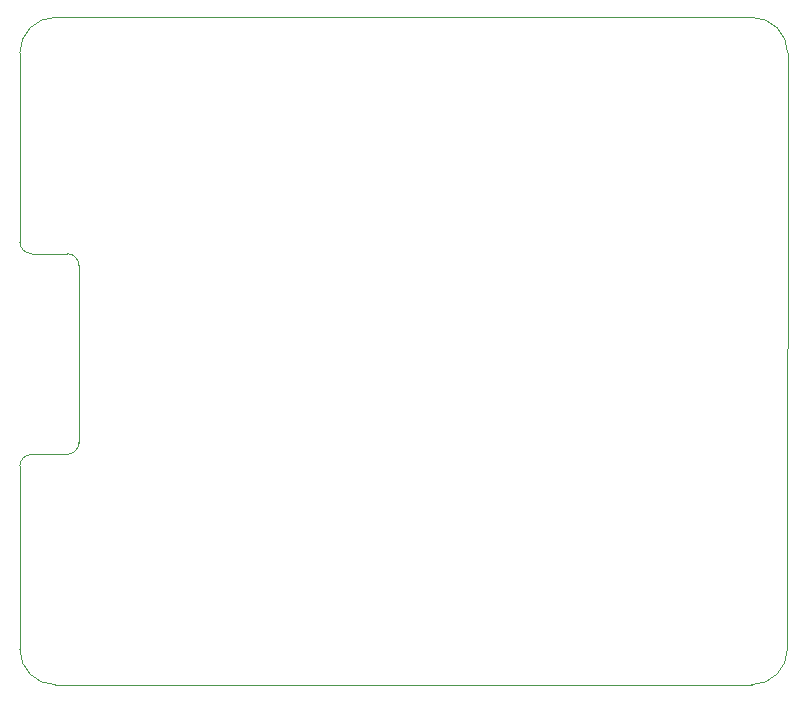
<source format=gbr>
G04 #@! TF.GenerationSoftware,KiCad,Pcbnew,(5.1.4)-1*
G04 #@! TF.CreationDate,2019-10-30T20:18:52-05:00*
G04 #@! TF.ProjectId,shield_display,73686965-6c64-45f6-9469-73706c61792e,rev?*
G04 #@! TF.SameCoordinates,Original*
G04 #@! TF.FileFunction,Profile,NP*
%FSLAX46Y46*%
G04 Gerber Fmt 4.6, Leading zero omitted, Abs format (unit mm)*
G04 Created by KiCad (PCBNEW (5.1.4)-1) date 2019-10-30 20:18:52*
%MOMM*%
%LPD*%
G04 APERTURE LIST*
%ADD10C,0.100000*%
G04 APERTURE END LIST*
D10*
X96059000Y-86786000D02*
X96059000Y-101786000D01*
X96059000Y-86786000D02*
G75*
G03X95059000Y-85786000I-1000000J0D01*
G01*
X92059000Y-102786000D02*
G75*
G03X91059000Y-103786000I0J-1000000D01*
G01*
X95059000Y-102786000D02*
G75*
G03X96059000Y-101786000I0J1000000D01*
G01*
X91059000Y-84786000D02*
G75*
G03X92059000Y-85786000I1000000J0D01*
G01*
X153041000Y-122278400D02*
G75*
G03X156041000Y-119278400I0J3000000D01*
G01*
X91059000Y-119286000D02*
G75*
G03X94059000Y-122286000I3000000J0D01*
G01*
X94059000Y-65786000D02*
G75*
G03X91059000Y-68786000I0J-3000000D01*
G01*
X156059000Y-68786000D02*
G75*
G03X153059000Y-65786000I-3000000J0D01*
G01*
X91059000Y-103786000D02*
X91059000Y-119286000D01*
X91059000Y-68786000D02*
X91059000Y-84786000D01*
X92059000Y-102786000D02*
X95059000Y-102786000D01*
X92059000Y-85786000D02*
X95059000Y-85786000D01*
X94059000Y-122286000D02*
X153041000Y-122278400D01*
X156059000Y-68786000D02*
X156041000Y-119278400D01*
X94059000Y-65786000D02*
X153059000Y-65786000D01*
M02*

</source>
